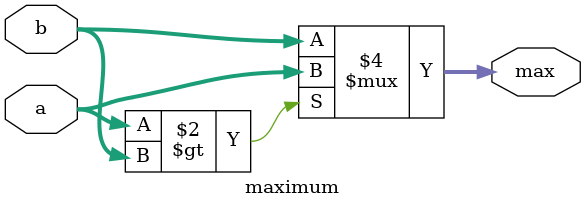
<source format=v>
module maximum(a,b,max);
input [3:0] a,b;
output reg [3:0] max;
always @(a,b)
	begin
		if (a>b) 
			begin
				 max = a;
			end	
		else
			begin
			     max = b;
			end
	end
endmodule
</source>
